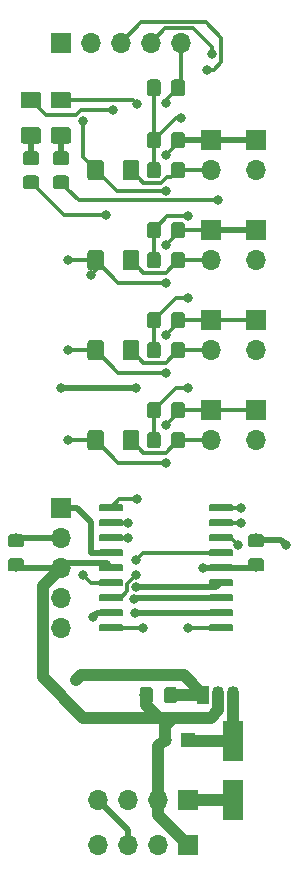
<source format=gtl>
G04 #@! TF.GenerationSoftware,KiCad,Pcbnew,(5.1.0-894-gde406e36d)*
G04 #@! TF.CreationDate,2019-06-07T17:38:46-07:00*
G04 #@! TF.ProjectId,TetheredJoy,54657468-6572-4656-944a-6f792e6b6963,n/c*
G04 #@! TF.SameCoordinates,Original*
G04 #@! TF.FileFunction,Copper,L1,Top*
G04 #@! TF.FilePolarity,Positive*
%FSLAX46Y46*%
G04 Gerber Fmt 4.6, Leading zero omitted, Abs format (unit mm)*
G04 Created by KiCad (PCBNEW (5.1.0-894-gde406e36d)) date 2019-06-07 17:38:46*
%MOMM*%
%LPD*%
G04 APERTURE LIST*
%ADD10C,0.100000*%
%ADD11C,1.425000*%
%ADD12R,1.050000X1.500000*%
%ADD13O,1.050000X1.500000*%
%ADD14C,0.600000*%
%ADD15C,1.150000*%
%ADD16O,1.700000X1.700000*%
%ADD17R,1.700000X1.700000*%
%ADD18R,1.800000X3.500000*%
%ADD19C,1.200000*%
%ADD20R,1.200000X1.200000*%
%ADD21C,0.800000*%
%ADD22C,0.304800*%
%ADD23C,0.508000*%
%ADD24C,1.016000*%
G04 APERTURE END LIST*
D10*
G36*
X210960671Y-72169030D02*
G01*
X211041777Y-72223223D01*
X211095970Y-72304329D01*
X211115000Y-72400000D01*
X211115000Y-73650000D01*
X211095970Y-73745671D01*
X211041777Y-73826777D01*
X210960671Y-73880970D01*
X210865000Y-73900000D01*
X209940000Y-73900000D01*
X209844329Y-73880970D01*
X209763223Y-73826777D01*
X209709030Y-73745671D01*
X209690000Y-73650000D01*
X209690000Y-72400000D01*
X209709030Y-72304329D01*
X209763223Y-72223223D01*
X209844329Y-72169030D01*
X209940000Y-72150000D01*
X210865000Y-72150000D01*
X210960671Y-72169030D01*
X210960671Y-72169030D01*
G37*
D11*
X210402500Y-73025000D03*
D10*
G36*
X207985671Y-72169030D02*
G01*
X208066777Y-72223223D01*
X208120970Y-72304329D01*
X208140000Y-72400000D01*
X208140000Y-73650000D01*
X208120970Y-73745671D01*
X208066777Y-73826777D01*
X207985671Y-73880970D01*
X207890000Y-73900000D01*
X206965000Y-73900000D01*
X206869329Y-73880970D01*
X206788223Y-73826777D01*
X206734030Y-73745671D01*
X206715000Y-73650000D01*
X206715000Y-72400000D01*
X206734030Y-72304329D01*
X206788223Y-72223223D01*
X206869329Y-72169030D01*
X206965000Y-72150000D01*
X207890000Y-72150000D01*
X207985671Y-72169030D01*
X207985671Y-72169030D01*
G37*
D11*
X207427500Y-73025000D03*
D10*
G36*
X205190671Y-43539030D02*
G01*
X205271777Y-43593223D01*
X205325970Y-43674329D01*
X205345000Y-43770000D01*
X205345000Y-44695000D01*
X205325970Y-44790671D01*
X205271777Y-44871777D01*
X205190671Y-44925970D01*
X205095000Y-44945000D01*
X203845000Y-44945000D01*
X203749329Y-44925970D01*
X203668223Y-44871777D01*
X203614030Y-44790671D01*
X203595000Y-44695000D01*
X203595000Y-43770000D01*
X203614030Y-43674329D01*
X203668223Y-43593223D01*
X203749329Y-43539030D01*
X203845000Y-43520000D01*
X205095000Y-43520000D01*
X205190671Y-43539030D01*
X205190671Y-43539030D01*
G37*
D11*
X204470000Y-44232500D03*
D10*
G36*
X205190671Y-46514030D02*
G01*
X205271777Y-46568223D01*
X205325970Y-46649329D01*
X205345000Y-46745000D01*
X205345000Y-47670000D01*
X205325970Y-47765671D01*
X205271777Y-47846777D01*
X205190671Y-47900970D01*
X205095000Y-47920000D01*
X203845000Y-47920000D01*
X203749329Y-47900970D01*
X203668223Y-47846777D01*
X203614030Y-47765671D01*
X203595000Y-47670000D01*
X203595000Y-46745000D01*
X203614030Y-46649329D01*
X203668223Y-46568223D01*
X203749329Y-46514030D01*
X203845000Y-46495000D01*
X205095000Y-46495000D01*
X205190671Y-46514030D01*
X205190671Y-46514030D01*
G37*
D11*
X204470000Y-47207500D03*
D10*
G36*
X202650671Y-43539030D02*
G01*
X202731777Y-43593223D01*
X202785970Y-43674329D01*
X202805000Y-43770000D01*
X202805000Y-44695000D01*
X202785970Y-44790671D01*
X202731777Y-44871777D01*
X202650671Y-44925970D01*
X202555000Y-44945000D01*
X201305000Y-44945000D01*
X201209329Y-44925970D01*
X201128223Y-44871777D01*
X201074030Y-44790671D01*
X201055000Y-44695000D01*
X201055000Y-43770000D01*
X201074030Y-43674329D01*
X201128223Y-43593223D01*
X201209329Y-43539030D01*
X201305000Y-43520000D01*
X202555000Y-43520000D01*
X202650671Y-43539030D01*
X202650671Y-43539030D01*
G37*
D11*
X201930000Y-44232500D03*
D10*
G36*
X202650671Y-46514030D02*
G01*
X202731777Y-46568223D01*
X202785970Y-46649329D01*
X202805000Y-46745000D01*
X202805000Y-47670000D01*
X202785970Y-47765671D01*
X202731777Y-47846777D01*
X202650671Y-47900970D01*
X202555000Y-47920000D01*
X201305000Y-47920000D01*
X201209329Y-47900970D01*
X201128223Y-47846777D01*
X201074030Y-47765671D01*
X201055000Y-47670000D01*
X201055000Y-46745000D01*
X201074030Y-46649329D01*
X201128223Y-46568223D01*
X201209329Y-46514030D01*
X201305000Y-46495000D01*
X202555000Y-46495000D01*
X202650671Y-46514030D01*
X202650671Y-46514030D01*
G37*
D11*
X201930000Y-47207500D03*
D12*
X216535000Y-94615000D03*
D13*
X219075000Y-94615000D03*
X217805000Y-94615000D03*
D10*
G36*
X218960000Y-78460096D02*
G01*
X219014904Y-78515000D01*
X219035000Y-78590000D01*
X219035000Y-78890000D01*
X219014904Y-78965000D01*
X218960000Y-79019904D01*
X218885000Y-79040000D01*
X217135000Y-79040000D01*
X217060000Y-79019904D01*
X217005096Y-78965000D01*
X216985000Y-78890000D01*
X216985000Y-78590000D01*
X217005096Y-78515000D01*
X217060000Y-78460096D01*
X217135000Y-78440000D01*
X218885000Y-78440000D01*
X218960000Y-78460096D01*
X218960000Y-78460096D01*
G37*
D14*
X218010000Y-78740000D03*
D10*
G36*
X218960000Y-79730096D02*
G01*
X219014904Y-79785000D01*
X219035000Y-79860000D01*
X219035000Y-80160000D01*
X219014904Y-80235000D01*
X218960000Y-80289904D01*
X218885000Y-80310000D01*
X217135000Y-80310000D01*
X217060000Y-80289904D01*
X217005096Y-80235000D01*
X216985000Y-80160000D01*
X216985000Y-79860000D01*
X217005096Y-79785000D01*
X217060000Y-79730096D01*
X217135000Y-79710000D01*
X218885000Y-79710000D01*
X218960000Y-79730096D01*
X218960000Y-79730096D01*
G37*
D14*
X218010000Y-80010000D03*
D10*
G36*
X218960000Y-81000096D02*
G01*
X219014904Y-81055000D01*
X219035000Y-81130000D01*
X219035000Y-81430000D01*
X219014904Y-81505000D01*
X218960000Y-81559904D01*
X218885000Y-81580000D01*
X217135000Y-81580000D01*
X217060000Y-81559904D01*
X217005096Y-81505000D01*
X216985000Y-81430000D01*
X216985000Y-81130000D01*
X217005096Y-81055000D01*
X217060000Y-81000096D01*
X217135000Y-80980000D01*
X218885000Y-80980000D01*
X218960000Y-81000096D01*
X218960000Y-81000096D01*
G37*
D14*
X218010000Y-81280000D03*
D10*
G36*
X218960000Y-82270096D02*
G01*
X219014904Y-82325000D01*
X219035000Y-82400000D01*
X219035000Y-82700000D01*
X219014904Y-82775000D01*
X218960000Y-82829904D01*
X218885000Y-82850000D01*
X217135000Y-82850000D01*
X217060000Y-82829904D01*
X217005096Y-82775000D01*
X216985000Y-82700000D01*
X216985000Y-82400000D01*
X217005096Y-82325000D01*
X217060000Y-82270096D01*
X217135000Y-82250000D01*
X218885000Y-82250000D01*
X218960000Y-82270096D01*
X218960000Y-82270096D01*
G37*
D14*
X218010000Y-82550000D03*
D10*
G36*
X218960000Y-83540096D02*
G01*
X219014904Y-83595000D01*
X219035000Y-83670000D01*
X219035000Y-83970000D01*
X219014904Y-84045000D01*
X218960000Y-84099904D01*
X218885000Y-84120000D01*
X217135000Y-84120000D01*
X217060000Y-84099904D01*
X217005096Y-84045000D01*
X216985000Y-83970000D01*
X216985000Y-83670000D01*
X217005096Y-83595000D01*
X217060000Y-83540096D01*
X217135000Y-83520000D01*
X218885000Y-83520000D01*
X218960000Y-83540096D01*
X218960000Y-83540096D01*
G37*
D14*
X218010000Y-83820000D03*
D10*
G36*
X218960000Y-84810096D02*
G01*
X219014904Y-84865000D01*
X219035000Y-84940000D01*
X219035000Y-85240000D01*
X219014904Y-85315000D01*
X218960000Y-85369904D01*
X218885000Y-85390000D01*
X217135000Y-85390000D01*
X217060000Y-85369904D01*
X217005096Y-85315000D01*
X216985000Y-85240000D01*
X216985000Y-84940000D01*
X217005096Y-84865000D01*
X217060000Y-84810096D01*
X217135000Y-84790000D01*
X218885000Y-84790000D01*
X218960000Y-84810096D01*
X218960000Y-84810096D01*
G37*
D14*
X218010000Y-85090000D03*
D10*
G36*
X218960000Y-86080096D02*
G01*
X219014904Y-86135000D01*
X219035000Y-86210000D01*
X219035000Y-86510000D01*
X219014904Y-86585000D01*
X218960000Y-86639904D01*
X218885000Y-86660000D01*
X217135000Y-86660000D01*
X217060000Y-86639904D01*
X217005096Y-86585000D01*
X216985000Y-86510000D01*
X216985000Y-86210000D01*
X217005096Y-86135000D01*
X217060000Y-86080096D01*
X217135000Y-86060000D01*
X218885000Y-86060000D01*
X218960000Y-86080096D01*
X218960000Y-86080096D01*
G37*
D14*
X218010000Y-86360000D03*
D10*
G36*
X218960000Y-87350096D02*
G01*
X219014904Y-87405000D01*
X219035000Y-87480000D01*
X219035000Y-87780000D01*
X219014904Y-87855000D01*
X218960000Y-87909904D01*
X218885000Y-87930000D01*
X217135000Y-87930000D01*
X217060000Y-87909904D01*
X217005096Y-87855000D01*
X216985000Y-87780000D01*
X216985000Y-87480000D01*
X217005096Y-87405000D01*
X217060000Y-87350096D01*
X217135000Y-87330000D01*
X218885000Y-87330000D01*
X218960000Y-87350096D01*
X218960000Y-87350096D01*
G37*
D14*
X218010000Y-87630000D03*
D10*
G36*
X218960000Y-88620096D02*
G01*
X219014904Y-88675000D01*
X219035000Y-88750000D01*
X219035000Y-89050000D01*
X219014904Y-89125000D01*
X218960000Y-89179904D01*
X218885000Y-89200000D01*
X217135000Y-89200000D01*
X217060000Y-89179904D01*
X217005096Y-89125000D01*
X216985000Y-89050000D01*
X216985000Y-88750000D01*
X217005096Y-88675000D01*
X217060000Y-88620096D01*
X217135000Y-88600000D01*
X218885000Y-88600000D01*
X218960000Y-88620096D01*
X218960000Y-88620096D01*
G37*
D14*
X218010000Y-88900000D03*
D10*
G36*
X209660000Y-88620096D02*
G01*
X209714904Y-88675000D01*
X209735000Y-88750000D01*
X209735000Y-89050000D01*
X209714904Y-89125000D01*
X209660000Y-89179904D01*
X209585000Y-89200000D01*
X207835000Y-89200000D01*
X207760000Y-89179904D01*
X207705096Y-89125000D01*
X207685000Y-89050000D01*
X207685000Y-88750000D01*
X207705096Y-88675000D01*
X207760000Y-88620096D01*
X207835000Y-88600000D01*
X209585000Y-88600000D01*
X209660000Y-88620096D01*
X209660000Y-88620096D01*
G37*
D14*
X208710000Y-88900000D03*
D10*
G36*
X209660000Y-87350096D02*
G01*
X209714904Y-87405000D01*
X209735000Y-87480000D01*
X209735000Y-87780000D01*
X209714904Y-87855000D01*
X209660000Y-87909904D01*
X209585000Y-87930000D01*
X207835000Y-87930000D01*
X207760000Y-87909904D01*
X207705096Y-87855000D01*
X207685000Y-87780000D01*
X207685000Y-87480000D01*
X207705096Y-87405000D01*
X207760000Y-87350096D01*
X207835000Y-87330000D01*
X209585000Y-87330000D01*
X209660000Y-87350096D01*
X209660000Y-87350096D01*
G37*
D14*
X208710000Y-87630000D03*
D10*
G36*
X209660000Y-86080096D02*
G01*
X209714904Y-86135000D01*
X209735000Y-86210000D01*
X209735000Y-86510000D01*
X209714904Y-86585000D01*
X209660000Y-86639904D01*
X209585000Y-86660000D01*
X207835000Y-86660000D01*
X207760000Y-86639904D01*
X207705096Y-86585000D01*
X207685000Y-86510000D01*
X207685000Y-86210000D01*
X207705096Y-86135000D01*
X207760000Y-86080096D01*
X207835000Y-86060000D01*
X209585000Y-86060000D01*
X209660000Y-86080096D01*
X209660000Y-86080096D01*
G37*
D14*
X208710000Y-86360000D03*
D10*
G36*
X209660000Y-84810096D02*
G01*
X209714904Y-84865000D01*
X209735000Y-84940000D01*
X209735000Y-85240000D01*
X209714904Y-85315000D01*
X209660000Y-85369904D01*
X209585000Y-85390000D01*
X207835000Y-85390000D01*
X207760000Y-85369904D01*
X207705096Y-85315000D01*
X207685000Y-85240000D01*
X207685000Y-84940000D01*
X207705096Y-84865000D01*
X207760000Y-84810096D01*
X207835000Y-84790000D01*
X209585000Y-84790000D01*
X209660000Y-84810096D01*
X209660000Y-84810096D01*
G37*
D14*
X208710000Y-85090000D03*
D10*
G36*
X209660000Y-83540096D02*
G01*
X209714904Y-83595000D01*
X209735000Y-83670000D01*
X209735000Y-83970000D01*
X209714904Y-84045000D01*
X209660000Y-84099904D01*
X209585000Y-84120000D01*
X207835000Y-84120000D01*
X207760000Y-84099904D01*
X207705096Y-84045000D01*
X207685000Y-83970000D01*
X207685000Y-83670000D01*
X207705096Y-83595000D01*
X207760000Y-83540096D01*
X207835000Y-83520000D01*
X209585000Y-83520000D01*
X209660000Y-83540096D01*
X209660000Y-83540096D01*
G37*
D14*
X208710000Y-83820000D03*
D10*
G36*
X209660000Y-82270096D02*
G01*
X209714904Y-82325000D01*
X209735000Y-82400000D01*
X209735000Y-82700000D01*
X209714904Y-82775000D01*
X209660000Y-82829904D01*
X209585000Y-82850000D01*
X207835000Y-82850000D01*
X207760000Y-82829904D01*
X207705096Y-82775000D01*
X207685000Y-82700000D01*
X207685000Y-82400000D01*
X207705096Y-82325000D01*
X207760000Y-82270096D01*
X207835000Y-82250000D01*
X209585000Y-82250000D01*
X209660000Y-82270096D01*
X209660000Y-82270096D01*
G37*
D14*
X208710000Y-82550000D03*
D10*
G36*
X209660000Y-81000096D02*
G01*
X209714904Y-81055000D01*
X209735000Y-81130000D01*
X209735000Y-81430000D01*
X209714904Y-81505000D01*
X209660000Y-81559904D01*
X209585000Y-81580000D01*
X207835000Y-81580000D01*
X207760000Y-81559904D01*
X207705096Y-81505000D01*
X207685000Y-81430000D01*
X207685000Y-81130000D01*
X207705096Y-81055000D01*
X207760000Y-81000096D01*
X207835000Y-80980000D01*
X209585000Y-80980000D01*
X209660000Y-81000096D01*
X209660000Y-81000096D01*
G37*
D14*
X208710000Y-81280000D03*
D10*
G36*
X209660000Y-79730096D02*
G01*
X209714904Y-79785000D01*
X209735000Y-79860000D01*
X209735000Y-80160000D01*
X209714904Y-80235000D01*
X209660000Y-80289904D01*
X209585000Y-80310000D01*
X207835000Y-80310000D01*
X207760000Y-80289904D01*
X207705096Y-80235000D01*
X207685000Y-80160000D01*
X207685000Y-79860000D01*
X207705096Y-79785000D01*
X207760000Y-79730096D01*
X207835000Y-79710000D01*
X209585000Y-79710000D01*
X209660000Y-79730096D01*
X209660000Y-79730096D01*
G37*
D14*
X208710000Y-80010000D03*
D10*
G36*
X209660000Y-78460096D02*
G01*
X209714904Y-78515000D01*
X209735000Y-78590000D01*
X209735000Y-78890000D01*
X209714904Y-78965000D01*
X209660000Y-79019904D01*
X209585000Y-79040000D01*
X207835000Y-79040000D01*
X207760000Y-79019904D01*
X207705096Y-78965000D01*
X207685000Y-78890000D01*
X207685000Y-78590000D01*
X207705096Y-78515000D01*
X207760000Y-78460096D01*
X207835000Y-78440000D01*
X209585000Y-78440000D01*
X209660000Y-78460096D01*
X209660000Y-78460096D01*
G37*
D14*
X208710000Y-78740000D03*
D10*
G36*
X214805671Y-72344030D02*
G01*
X214886777Y-72398223D01*
X214940970Y-72479329D01*
X214960000Y-72574999D01*
X214960000Y-73475001D01*
X214940970Y-73570671D01*
X214886777Y-73651777D01*
X214805671Y-73705970D01*
X214710001Y-73725000D01*
X214059999Y-73725000D01*
X213964329Y-73705970D01*
X213883223Y-73651777D01*
X213829030Y-73570671D01*
X213810000Y-73475001D01*
X213810000Y-72574999D01*
X213829030Y-72479329D01*
X213883223Y-72398223D01*
X213964329Y-72344030D01*
X214059999Y-72325000D01*
X214710001Y-72325000D01*
X214805671Y-72344030D01*
X214805671Y-72344030D01*
G37*
D15*
X214385000Y-73025000D03*
D10*
G36*
X212755671Y-72344030D02*
G01*
X212836777Y-72398223D01*
X212890970Y-72479329D01*
X212910000Y-72574999D01*
X212910000Y-73475001D01*
X212890970Y-73570671D01*
X212836777Y-73651777D01*
X212755671Y-73705970D01*
X212660001Y-73725000D01*
X212009999Y-73725000D01*
X211914329Y-73705970D01*
X211833223Y-73651777D01*
X211779030Y-73570671D01*
X211760000Y-73475001D01*
X211760000Y-72574999D01*
X211779030Y-72479329D01*
X211833223Y-72398223D01*
X211914329Y-72344030D01*
X212009999Y-72325000D01*
X212660001Y-72325000D01*
X212755671Y-72344030D01*
X212755671Y-72344030D01*
G37*
D15*
X212335000Y-73025000D03*
D10*
G36*
X214805671Y-69804030D02*
G01*
X214886777Y-69858223D01*
X214940970Y-69939329D01*
X214960000Y-70034999D01*
X214960000Y-70935001D01*
X214940970Y-71030671D01*
X214886777Y-71111777D01*
X214805671Y-71165970D01*
X214710001Y-71185000D01*
X214059999Y-71185000D01*
X213964329Y-71165970D01*
X213883223Y-71111777D01*
X213829030Y-71030671D01*
X213810000Y-70935001D01*
X213810000Y-70034999D01*
X213829030Y-69939329D01*
X213883223Y-69858223D01*
X213964329Y-69804030D01*
X214059999Y-69785000D01*
X214710001Y-69785000D01*
X214805671Y-69804030D01*
X214805671Y-69804030D01*
G37*
D15*
X214385000Y-70485000D03*
D10*
G36*
X212755671Y-69804030D02*
G01*
X212836777Y-69858223D01*
X212890970Y-69939329D01*
X212910000Y-70034999D01*
X212910000Y-70935001D01*
X212890970Y-71030671D01*
X212836777Y-71111777D01*
X212755671Y-71165970D01*
X212660001Y-71185000D01*
X212009999Y-71185000D01*
X211914329Y-71165970D01*
X211833223Y-71111777D01*
X211779030Y-71030671D01*
X211760000Y-70935001D01*
X211760000Y-70034999D01*
X211779030Y-69939329D01*
X211833223Y-69858223D01*
X211914329Y-69804030D01*
X212009999Y-69785000D01*
X212660001Y-69785000D01*
X212755671Y-69804030D01*
X212755671Y-69804030D01*
G37*
D15*
X212335000Y-70485000D03*
D10*
G36*
X214805671Y-42499030D02*
G01*
X214886777Y-42553223D01*
X214940970Y-42634329D01*
X214960000Y-42729999D01*
X214960000Y-43630001D01*
X214940970Y-43725671D01*
X214886777Y-43806777D01*
X214805671Y-43860970D01*
X214710001Y-43880000D01*
X214059999Y-43880000D01*
X213964329Y-43860970D01*
X213883223Y-43806777D01*
X213829030Y-43725671D01*
X213810000Y-43630001D01*
X213810000Y-42729999D01*
X213829030Y-42634329D01*
X213883223Y-42553223D01*
X213964329Y-42499030D01*
X214059999Y-42480000D01*
X214710001Y-42480000D01*
X214805671Y-42499030D01*
X214805671Y-42499030D01*
G37*
D15*
X214385000Y-43180000D03*
D10*
G36*
X212755671Y-42499030D02*
G01*
X212836777Y-42553223D01*
X212890970Y-42634329D01*
X212910000Y-42729999D01*
X212910000Y-43630001D01*
X212890970Y-43725671D01*
X212836777Y-43806777D01*
X212755671Y-43860970D01*
X212660001Y-43880000D01*
X212009999Y-43880000D01*
X211914329Y-43860970D01*
X211833223Y-43806777D01*
X211779030Y-43725671D01*
X211760000Y-43630001D01*
X211760000Y-42729999D01*
X211779030Y-42634329D01*
X211833223Y-42553223D01*
X211914329Y-42499030D01*
X212009999Y-42480000D01*
X212660001Y-42480000D01*
X212755671Y-42499030D01*
X212755671Y-42499030D01*
G37*
D15*
X212335000Y-43180000D03*
D10*
G36*
X205015671Y-48584030D02*
G01*
X205096777Y-48638223D01*
X205150970Y-48719329D01*
X205170000Y-48814999D01*
X205170000Y-49465001D01*
X205150970Y-49560671D01*
X205096777Y-49641777D01*
X205015671Y-49695970D01*
X204920001Y-49715000D01*
X204019999Y-49715000D01*
X203924329Y-49695970D01*
X203843223Y-49641777D01*
X203789030Y-49560671D01*
X203770000Y-49465001D01*
X203770000Y-48814999D01*
X203789030Y-48719329D01*
X203843223Y-48638223D01*
X203924329Y-48584030D01*
X204019999Y-48565000D01*
X204920001Y-48565000D01*
X205015671Y-48584030D01*
X205015671Y-48584030D01*
G37*
D15*
X204470000Y-49140000D03*
D10*
G36*
X205015671Y-50634030D02*
G01*
X205096777Y-50688223D01*
X205150970Y-50769329D01*
X205170000Y-50864999D01*
X205170000Y-51515001D01*
X205150970Y-51610671D01*
X205096777Y-51691777D01*
X205015671Y-51745970D01*
X204920001Y-51765000D01*
X204019999Y-51765000D01*
X203924329Y-51745970D01*
X203843223Y-51691777D01*
X203789030Y-51610671D01*
X203770000Y-51515001D01*
X203770000Y-50864999D01*
X203789030Y-50769329D01*
X203843223Y-50688223D01*
X203924329Y-50634030D01*
X204019999Y-50615000D01*
X204920001Y-50615000D01*
X205015671Y-50634030D01*
X205015671Y-50634030D01*
G37*
D15*
X204470000Y-51190000D03*
D10*
G36*
X202475671Y-48584030D02*
G01*
X202556777Y-48638223D01*
X202610970Y-48719329D01*
X202630000Y-48814999D01*
X202630000Y-49465001D01*
X202610970Y-49560671D01*
X202556777Y-49641777D01*
X202475671Y-49695970D01*
X202380001Y-49715000D01*
X201479999Y-49715000D01*
X201384329Y-49695970D01*
X201303223Y-49641777D01*
X201249030Y-49560671D01*
X201230000Y-49465001D01*
X201230000Y-48814999D01*
X201249030Y-48719329D01*
X201303223Y-48638223D01*
X201384329Y-48584030D01*
X201479999Y-48565000D01*
X202380001Y-48565000D01*
X202475671Y-48584030D01*
X202475671Y-48584030D01*
G37*
D15*
X201930000Y-49140000D03*
D10*
G36*
X202475671Y-50634030D02*
G01*
X202556777Y-50688223D01*
X202610970Y-50769329D01*
X202630000Y-50864999D01*
X202630000Y-51515001D01*
X202610970Y-51610671D01*
X202556777Y-51691777D01*
X202475671Y-51745970D01*
X202380001Y-51765000D01*
X201479999Y-51765000D01*
X201384329Y-51745970D01*
X201303223Y-51691777D01*
X201249030Y-51610671D01*
X201230000Y-51515001D01*
X201230000Y-50864999D01*
X201249030Y-50769329D01*
X201303223Y-50688223D01*
X201384329Y-50634030D01*
X201479999Y-50615000D01*
X202380001Y-50615000D01*
X202475671Y-50634030D01*
X202475671Y-50634030D01*
G37*
D15*
X201930000Y-51190000D03*
D10*
G36*
X214805671Y-64724030D02*
G01*
X214886777Y-64778223D01*
X214940970Y-64859329D01*
X214960000Y-64954999D01*
X214960000Y-65855001D01*
X214940970Y-65950671D01*
X214886777Y-66031777D01*
X214805671Y-66085970D01*
X214710001Y-66105000D01*
X214059999Y-66105000D01*
X213964329Y-66085970D01*
X213883223Y-66031777D01*
X213829030Y-65950671D01*
X213810000Y-65855001D01*
X213810000Y-64954999D01*
X213829030Y-64859329D01*
X213883223Y-64778223D01*
X213964329Y-64724030D01*
X214059999Y-64705000D01*
X214710001Y-64705000D01*
X214805671Y-64724030D01*
X214805671Y-64724030D01*
G37*
D15*
X214385000Y-65405000D03*
D10*
G36*
X212755671Y-64724030D02*
G01*
X212836777Y-64778223D01*
X212890970Y-64859329D01*
X212910000Y-64954999D01*
X212910000Y-65855001D01*
X212890970Y-65950671D01*
X212836777Y-66031777D01*
X212755671Y-66085970D01*
X212660001Y-66105000D01*
X212009999Y-66105000D01*
X211914329Y-66085970D01*
X211833223Y-66031777D01*
X211779030Y-65950671D01*
X211760000Y-65855001D01*
X211760000Y-64954999D01*
X211779030Y-64859329D01*
X211833223Y-64778223D01*
X211914329Y-64724030D01*
X212009999Y-64705000D01*
X212660001Y-64705000D01*
X212755671Y-64724030D01*
X212755671Y-64724030D01*
G37*
D15*
X212335000Y-65405000D03*
D10*
G36*
X214805671Y-62184030D02*
G01*
X214886777Y-62238223D01*
X214940970Y-62319329D01*
X214960000Y-62414999D01*
X214960000Y-63315001D01*
X214940970Y-63410671D01*
X214886777Y-63491777D01*
X214805671Y-63545970D01*
X214710001Y-63565000D01*
X214059999Y-63565000D01*
X213964329Y-63545970D01*
X213883223Y-63491777D01*
X213829030Y-63410671D01*
X213810000Y-63315001D01*
X213810000Y-62414999D01*
X213829030Y-62319329D01*
X213883223Y-62238223D01*
X213964329Y-62184030D01*
X214059999Y-62165000D01*
X214710001Y-62165000D01*
X214805671Y-62184030D01*
X214805671Y-62184030D01*
G37*
D15*
X214385000Y-62865000D03*
D10*
G36*
X212755671Y-62184030D02*
G01*
X212836777Y-62238223D01*
X212890970Y-62319329D01*
X212910000Y-62414999D01*
X212910000Y-63315001D01*
X212890970Y-63410671D01*
X212836777Y-63491777D01*
X212755671Y-63545970D01*
X212660001Y-63565000D01*
X212009999Y-63565000D01*
X211914329Y-63545970D01*
X211833223Y-63491777D01*
X211779030Y-63410671D01*
X211760000Y-63315001D01*
X211760000Y-62414999D01*
X211779030Y-62319329D01*
X211833223Y-62238223D01*
X211914329Y-62184030D01*
X212009999Y-62165000D01*
X212660001Y-62165000D01*
X212755671Y-62184030D01*
X212755671Y-62184030D01*
G37*
D15*
X212335000Y-62865000D03*
D10*
G36*
X214805671Y-57104030D02*
G01*
X214886777Y-57158223D01*
X214940970Y-57239329D01*
X214960000Y-57334999D01*
X214960000Y-58235001D01*
X214940970Y-58330671D01*
X214886777Y-58411777D01*
X214805671Y-58465970D01*
X214710001Y-58485000D01*
X214059999Y-58485000D01*
X213964329Y-58465970D01*
X213883223Y-58411777D01*
X213829030Y-58330671D01*
X213810000Y-58235001D01*
X213810000Y-57334999D01*
X213829030Y-57239329D01*
X213883223Y-57158223D01*
X213964329Y-57104030D01*
X214059999Y-57085000D01*
X214710001Y-57085000D01*
X214805671Y-57104030D01*
X214805671Y-57104030D01*
G37*
D15*
X214385000Y-57785000D03*
D10*
G36*
X212755671Y-57104030D02*
G01*
X212836777Y-57158223D01*
X212890970Y-57239329D01*
X212910000Y-57334999D01*
X212910000Y-58235001D01*
X212890970Y-58330671D01*
X212836777Y-58411777D01*
X212755671Y-58465970D01*
X212660001Y-58485000D01*
X212009999Y-58485000D01*
X211914329Y-58465970D01*
X211833223Y-58411777D01*
X211779030Y-58330671D01*
X211760000Y-58235001D01*
X211760000Y-57334999D01*
X211779030Y-57239329D01*
X211833223Y-57158223D01*
X211914329Y-57104030D01*
X212009999Y-57085000D01*
X212660001Y-57085000D01*
X212755671Y-57104030D01*
X212755671Y-57104030D01*
G37*
D15*
X212335000Y-57785000D03*
D10*
G36*
X214805671Y-49484030D02*
G01*
X214886777Y-49538223D01*
X214940970Y-49619329D01*
X214960000Y-49714999D01*
X214960000Y-50615001D01*
X214940970Y-50710671D01*
X214886777Y-50791777D01*
X214805671Y-50845970D01*
X214710001Y-50865000D01*
X214059999Y-50865000D01*
X213964329Y-50845970D01*
X213883223Y-50791777D01*
X213829030Y-50710671D01*
X213810000Y-50615001D01*
X213810000Y-49714999D01*
X213829030Y-49619329D01*
X213883223Y-49538223D01*
X213964329Y-49484030D01*
X214059999Y-49465000D01*
X214710001Y-49465000D01*
X214805671Y-49484030D01*
X214805671Y-49484030D01*
G37*
D15*
X214385000Y-50165000D03*
D10*
G36*
X212755671Y-49484030D02*
G01*
X212836777Y-49538223D01*
X212890970Y-49619329D01*
X212910000Y-49714999D01*
X212910000Y-50615001D01*
X212890970Y-50710671D01*
X212836777Y-50791777D01*
X212755671Y-50845970D01*
X212660001Y-50865000D01*
X212009999Y-50865000D01*
X211914329Y-50845970D01*
X211833223Y-50791777D01*
X211779030Y-50710671D01*
X211760000Y-50615001D01*
X211760000Y-49714999D01*
X211779030Y-49619329D01*
X211833223Y-49538223D01*
X211914329Y-49484030D01*
X212009999Y-49465000D01*
X212660001Y-49465000D01*
X212755671Y-49484030D01*
X212755671Y-49484030D01*
G37*
D15*
X212335000Y-50165000D03*
D10*
G36*
X214805671Y-54564030D02*
G01*
X214886777Y-54618223D01*
X214940970Y-54699329D01*
X214960000Y-54794999D01*
X214960000Y-55695001D01*
X214940970Y-55790671D01*
X214886777Y-55871777D01*
X214805671Y-55925970D01*
X214710001Y-55945000D01*
X214059999Y-55945000D01*
X213964329Y-55925970D01*
X213883223Y-55871777D01*
X213829030Y-55790671D01*
X213810000Y-55695001D01*
X213810000Y-54794999D01*
X213829030Y-54699329D01*
X213883223Y-54618223D01*
X213964329Y-54564030D01*
X214059999Y-54545000D01*
X214710001Y-54545000D01*
X214805671Y-54564030D01*
X214805671Y-54564030D01*
G37*
D15*
X214385000Y-55245000D03*
D10*
G36*
X212755671Y-54564030D02*
G01*
X212836777Y-54618223D01*
X212890970Y-54699329D01*
X212910000Y-54794999D01*
X212910000Y-55695001D01*
X212890970Y-55790671D01*
X212836777Y-55871777D01*
X212755671Y-55925970D01*
X212660001Y-55945000D01*
X212009999Y-55945000D01*
X211914329Y-55925970D01*
X211833223Y-55871777D01*
X211779030Y-55790671D01*
X211760000Y-55695001D01*
X211760000Y-54794999D01*
X211779030Y-54699329D01*
X211833223Y-54618223D01*
X211914329Y-54564030D01*
X212009999Y-54545000D01*
X212660001Y-54545000D01*
X212755671Y-54564030D01*
X212755671Y-54564030D01*
G37*
D15*
X212335000Y-55245000D03*
D10*
G36*
X214805671Y-46944030D02*
G01*
X214886777Y-46998223D01*
X214940970Y-47079329D01*
X214960000Y-47174999D01*
X214960000Y-48075001D01*
X214940970Y-48170671D01*
X214886777Y-48251777D01*
X214805671Y-48305970D01*
X214710001Y-48325000D01*
X214059999Y-48325000D01*
X213964329Y-48305970D01*
X213883223Y-48251777D01*
X213829030Y-48170671D01*
X213810000Y-48075001D01*
X213810000Y-47174999D01*
X213829030Y-47079329D01*
X213883223Y-46998223D01*
X213964329Y-46944030D01*
X214059999Y-46925000D01*
X214710001Y-46925000D01*
X214805671Y-46944030D01*
X214805671Y-46944030D01*
G37*
D15*
X214385000Y-47625000D03*
D10*
G36*
X212755671Y-46944030D02*
G01*
X212836777Y-46998223D01*
X212890970Y-47079329D01*
X212910000Y-47174999D01*
X212910000Y-48075001D01*
X212890970Y-48170671D01*
X212836777Y-48251777D01*
X212755671Y-48305970D01*
X212660001Y-48325000D01*
X212009999Y-48325000D01*
X211914329Y-48305970D01*
X211833223Y-48251777D01*
X211779030Y-48170671D01*
X211760000Y-48075001D01*
X211760000Y-47174999D01*
X211779030Y-47079329D01*
X211833223Y-46998223D01*
X211914329Y-46944030D01*
X212009999Y-46925000D01*
X212660001Y-46925000D01*
X212755671Y-46944030D01*
X212755671Y-46944030D01*
G37*
D15*
X212335000Y-47625000D03*
D16*
X207645000Y-103505000D03*
X210185000Y-103505000D03*
X212725000Y-103505000D03*
D17*
X215265000Y-103505000D03*
D16*
X214630000Y-39370000D03*
X212090000Y-39370000D03*
X209550000Y-39370000D03*
X207010000Y-39370000D03*
D17*
X204470000Y-39370000D03*
D16*
X220980000Y-73025000D03*
D17*
X220980000Y-70485000D03*
D16*
X217170000Y-73025000D03*
D17*
X217170000Y-70485000D03*
D16*
X220980000Y-65405000D03*
D17*
X220980000Y-62865000D03*
D16*
X217170000Y-65405000D03*
D17*
X217170000Y-62865000D03*
D16*
X220980000Y-57785000D03*
D17*
X220980000Y-55245000D03*
D16*
X217170000Y-57785000D03*
D17*
X217170000Y-55245000D03*
D16*
X220980000Y-50165000D03*
D17*
X220980000Y-47625000D03*
D16*
X217170000Y-50165000D03*
D17*
X217170000Y-47625000D03*
D16*
X204470000Y-88900000D03*
X204470000Y-86360000D03*
X204470000Y-83820000D03*
X204470000Y-81280000D03*
D17*
X204470000Y-78740000D03*
D16*
X207645000Y-107315000D03*
X210185000Y-107315000D03*
X212725000Y-107315000D03*
D17*
X215265000Y-107315000D03*
D18*
X219075000Y-103465000D03*
X219075000Y-98465000D03*
D10*
G36*
X210960671Y-64549030D02*
G01*
X211041777Y-64603223D01*
X211095970Y-64684329D01*
X211115000Y-64780000D01*
X211115000Y-66030000D01*
X211095970Y-66125671D01*
X211041777Y-66206777D01*
X210960671Y-66260970D01*
X210865000Y-66280000D01*
X209940000Y-66280000D01*
X209844329Y-66260970D01*
X209763223Y-66206777D01*
X209709030Y-66125671D01*
X209690000Y-66030000D01*
X209690000Y-64780000D01*
X209709030Y-64684329D01*
X209763223Y-64603223D01*
X209844329Y-64549030D01*
X209940000Y-64530000D01*
X210865000Y-64530000D01*
X210960671Y-64549030D01*
X210960671Y-64549030D01*
G37*
D11*
X210402500Y-65405000D03*
D10*
G36*
X207985671Y-64549030D02*
G01*
X208066777Y-64603223D01*
X208120970Y-64684329D01*
X208140000Y-64780000D01*
X208140000Y-66030000D01*
X208120970Y-66125671D01*
X208066777Y-66206777D01*
X207985671Y-66260970D01*
X207890000Y-66280000D01*
X206965000Y-66280000D01*
X206869329Y-66260970D01*
X206788223Y-66206777D01*
X206734030Y-66125671D01*
X206715000Y-66030000D01*
X206715000Y-64780000D01*
X206734030Y-64684329D01*
X206788223Y-64603223D01*
X206869329Y-64549030D01*
X206965000Y-64530000D01*
X207890000Y-64530000D01*
X207985671Y-64549030D01*
X207985671Y-64549030D01*
G37*
D11*
X207427500Y-65405000D03*
D10*
G36*
X210960671Y-56929030D02*
G01*
X211041777Y-56983223D01*
X211095970Y-57064329D01*
X211115000Y-57160000D01*
X211115000Y-58410000D01*
X211095970Y-58505671D01*
X211041777Y-58586777D01*
X210960671Y-58640970D01*
X210865000Y-58660000D01*
X209940000Y-58660000D01*
X209844329Y-58640970D01*
X209763223Y-58586777D01*
X209709030Y-58505671D01*
X209690000Y-58410000D01*
X209690000Y-57160000D01*
X209709030Y-57064329D01*
X209763223Y-56983223D01*
X209844329Y-56929030D01*
X209940000Y-56910000D01*
X210865000Y-56910000D01*
X210960671Y-56929030D01*
X210960671Y-56929030D01*
G37*
D11*
X210402500Y-57785000D03*
D10*
G36*
X207985671Y-56929030D02*
G01*
X208066777Y-56983223D01*
X208120970Y-57064329D01*
X208140000Y-57160000D01*
X208140000Y-58410000D01*
X208120970Y-58505671D01*
X208066777Y-58586777D01*
X207985671Y-58640970D01*
X207890000Y-58660000D01*
X206965000Y-58660000D01*
X206869329Y-58640970D01*
X206788223Y-58586777D01*
X206734030Y-58505671D01*
X206715000Y-58410000D01*
X206715000Y-57160000D01*
X206734030Y-57064329D01*
X206788223Y-56983223D01*
X206869329Y-56929030D01*
X206965000Y-56910000D01*
X207890000Y-56910000D01*
X207985671Y-56929030D01*
X207985671Y-56929030D01*
G37*
D11*
X207427500Y-57785000D03*
D10*
G36*
X210960671Y-49309030D02*
G01*
X211041777Y-49363223D01*
X211095970Y-49444329D01*
X211115000Y-49540000D01*
X211115000Y-50790000D01*
X211095970Y-50885671D01*
X211041777Y-50966777D01*
X210960671Y-51020970D01*
X210865000Y-51040000D01*
X209940000Y-51040000D01*
X209844329Y-51020970D01*
X209763223Y-50966777D01*
X209709030Y-50885671D01*
X209690000Y-50790000D01*
X209690000Y-49540000D01*
X209709030Y-49444329D01*
X209763223Y-49363223D01*
X209844329Y-49309030D01*
X209940000Y-49290000D01*
X210865000Y-49290000D01*
X210960671Y-49309030D01*
X210960671Y-49309030D01*
G37*
D11*
X210402500Y-50165000D03*
D10*
G36*
X207985671Y-49309030D02*
G01*
X208066777Y-49363223D01*
X208120970Y-49444329D01*
X208140000Y-49540000D01*
X208140000Y-50790000D01*
X208120970Y-50885671D01*
X208066777Y-50966777D01*
X207985671Y-51020970D01*
X207890000Y-51040000D01*
X206965000Y-51040000D01*
X206869329Y-51020970D01*
X206788223Y-50966777D01*
X206734030Y-50885671D01*
X206715000Y-50790000D01*
X206715000Y-49540000D01*
X206734030Y-49444329D01*
X206788223Y-49363223D01*
X206869329Y-49309030D01*
X206965000Y-49290000D01*
X207890000Y-49290000D01*
X207985671Y-49309030D01*
X207985671Y-49309030D01*
G37*
D11*
X207427500Y-50165000D03*
D10*
G36*
X212120671Y-93934030D02*
G01*
X212201777Y-93988223D01*
X212255970Y-94069329D01*
X212275000Y-94164999D01*
X212275000Y-95065001D01*
X212255970Y-95160671D01*
X212201777Y-95241777D01*
X212120671Y-95295970D01*
X212025001Y-95315000D01*
X211374999Y-95315000D01*
X211279329Y-95295970D01*
X211198223Y-95241777D01*
X211144030Y-95160671D01*
X211125000Y-95065001D01*
X211125000Y-94164999D01*
X211144030Y-94069329D01*
X211198223Y-93988223D01*
X211279329Y-93934030D01*
X211374999Y-93915000D01*
X212025001Y-93915000D01*
X212120671Y-93934030D01*
X212120671Y-93934030D01*
G37*
D15*
X211700000Y-94615000D03*
D10*
G36*
X214170671Y-93934030D02*
G01*
X214251777Y-93988223D01*
X214305970Y-94069329D01*
X214325000Y-94164999D01*
X214325000Y-95065001D01*
X214305970Y-95160671D01*
X214251777Y-95241777D01*
X214170671Y-95295970D01*
X214075001Y-95315000D01*
X213424999Y-95315000D01*
X213329329Y-95295970D01*
X213248223Y-95241777D01*
X213194030Y-95160671D01*
X213175000Y-95065001D01*
X213175000Y-94164999D01*
X213194030Y-94069329D01*
X213248223Y-93988223D01*
X213329329Y-93934030D01*
X213424999Y-93915000D01*
X214075001Y-93915000D01*
X214170671Y-93934030D01*
X214170671Y-93934030D01*
G37*
D15*
X213750000Y-94615000D03*
D19*
X213265000Y-98425000D03*
D20*
X215265000Y-98425000D03*
D10*
G36*
X221525671Y-80969030D02*
G01*
X221606777Y-81023223D01*
X221660970Y-81104329D01*
X221680000Y-81199999D01*
X221680000Y-81850001D01*
X221660970Y-81945671D01*
X221606777Y-82026777D01*
X221525671Y-82080970D01*
X221430001Y-82100000D01*
X220529999Y-82100000D01*
X220434329Y-82080970D01*
X220353223Y-82026777D01*
X220299030Y-81945671D01*
X220280000Y-81850001D01*
X220280000Y-81199999D01*
X220299030Y-81104329D01*
X220353223Y-81023223D01*
X220434329Y-80969030D01*
X220529999Y-80950000D01*
X221430001Y-80950000D01*
X221525671Y-80969030D01*
X221525671Y-80969030D01*
G37*
D15*
X220980000Y-81525000D03*
D10*
G36*
X221525671Y-83019030D02*
G01*
X221606777Y-83073223D01*
X221660970Y-83154329D01*
X221680000Y-83249999D01*
X221680000Y-83900001D01*
X221660970Y-83995671D01*
X221606777Y-84076777D01*
X221525671Y-84130970D01*
X221430001Y-84150000D01*
X220529999Y-84150000D01*
X220434329Y-84130970D01*
X220353223Y-84076777D01*
X220299030Y-83995671D01*
X220280000Y-83900001D01*
X220280000Y-83249999D01*
X220299030Y-83154329D01*
X220353223Y-83073223D01*
X220434329Y-83019030D01*
X220529999Y-83000000D01*
X221430001Y-83000000D01*
X221525671Y-83019030D01*
X221525671Y-83019030D01*
G37*
D15*
X220980000Y-83575000D03*
D10*
G36*
X201205671Y-83019030D02*
G01*
X201286777Y-83073223D01*
X201340970Y-83154329D01*
X201360000Y-83249999D01*
X201360000Y-83900001D01*
X201340970Y-83995671D01*
X201286777Y-84076777D01*
X201205671Y-84130970D01*
X201110001Y-84150000D01*
X200209999Y-84150000D01*
X200114329Y-84130970D01*
X200033223Y-84076777D01*
X199979030Y-83995671D01*
X199960000Y-83900001D01*
X199960000Y-83249999D01*
X199979030Y-83154329D01*
X200033223Y-83073223D01*
X200114329Y-83019030D01*
X200209999Y-83000000D01*
X201110001Y-83000000D01*
X201205671Y-83019030D01*
X201205671Y-83019030D01*
G37*
D15*
X200660000Y-83575000D03*
D10*
G36*
X201205671Y-80969030D02*
G01*
X201286777Y-81023223D01*
X201340970Y-81104329D01*
X201360000Y-81199999D01*
X201360000Y-81850001D01*
X201340970Y-81945671D01*
X201286777Y-82026777D01*
X201205671Y-82080970D01*
X201110001Y-82100000D01*
X200209999Y-82100000D01*
X200114329Y-82080970D01*
X200033223Y-82026777D01*
X199979030Y-81945671D01*
X199960000Y-81850001D01*
X199960000Y-81199999D01*
X199979030Y-81104329D01*
X200033223Y-81023223D01*
X200114329Y-80969030D01*
X200209999Y-80950000D01*
X201110001Y-80950000D01*
X201205671Y-80969030D01*
X201205671Y-80969030D01*
G37*
D15*
X200660000Y-81525000D03*
D21*
X210937410Y-44575797D03*
X213360000Y-44450000D03*
X204470000Y-68580000D03*
X210820000Y-68580000D03*
X217275204Y-40331563D03*
X216827181Y-41648473D03*
X207010000Y-59055000D03*
X210684503Y-86459654D03*
X210863311Y-85475758D03*
X210820000Y-84455000D03*
X207191318Y-87965118D03*
X206375000Y-84455000D03*
X206310012Y-46038801D03*
X208280000Y-53975000D03*
X210185000Y-81280000D03*
X208915000Y-45085000D03*
X210933992Y-78033359D03*
X210185000Y-80010000D03*
X215265000Y-88900000D03*
X210820000Y-83185000D03*
X215265000Y-54092410D03*
X213360000Y-51952590D03*
X217805000Y-52705000D03*
X219488426Y-81904131D03*
X219710000Y-80010000D03*
X219710000Y-78740000D03*
X210702590Y-87630000D03*
X211455000Y-88900000D03*
X205740000Y-93345000D03*
X223520000Y-81915000D03*
X216535000Y-83820000D03*
X215265000Y-68580000D03*
X215265000Y-60960000D03*
X214630000Y-45720000D03*
X213360000Y-71755000D03*
X213360000Y-64135000D03*
X213360000Y-48895000D03*
X213360000Y-56515000D03*
X213360000Y-74930000D03*
X213360000Y-67310000D03*
X213360000Y-59690000D03*
X205105000Y-57785000D03*
X205105000Y-65405000D03*
X205105000Y-73025000D03*
D22*
X213360000Y-44450000D02*
X213360000Y-44205000D01*
X213360000Y-44205000D02*
X214385000Y-43180000D01*
X210594113Y-44232500D02*
X210937410Y-44575797D01*
X204470000Y-44232500D02*
X210594113Y-44232500D01*
X209550000Y-86360000D02*
X208710000Y-86360000D01*
X210087410Y-85822590D02*
X209550000Y-86360000D01*
X210087410Y-85187590D02*
X210087410Y-85822590D01*
D23*
X210820000Y-68580000D02*
X204470000Y-68580000D01*
D22*
X211257212Y-37662788D02*
X216732788Y-37662788D01*
X218027605Y-41013734D02*
X217392866Y-41648473D01*
X217392866Y-41648473D02*
X216827181Y-41648473D01*
X209550000Y-39370000D02*
X211257212Y-37662788D01*
X212090000Y-39370000D02*
X213292401Y-38167599D01*
X218027605Y-38957605D02*
X218027605Y-41013734D01*
X215676925Y-38167599D02*
X217275204Y-39765878D01*
X213292401Y-38167599D02*
X215676925Y-38167599D01*
X216732788Y-37662788D02*
X218027605Y-38957605D01*
X217275204Y-39765878D02*
X217275204Y-40331563D01*
X207427500Y-57785000D02*
X207427500Y-58637500D01*
X207427500Y-58637500D02*
X207010000Y-59055000D01*
X210087410Y-85187590D02*
X210820000Y-84455000D01*
D23*
X218010000Y-86360000D02*
X210784157Y-86360000D01*
X210784157Y-86360000D02*
X210684503Y-86459654D01*
X211428996Y-85475758D02*
X210863311Y-85475758D01*
X217624242Y-85475758D02*
X211428996Y-85475758D01*
X218010000Y-85090000D02*
X217624242Y-85475758D01*
D22*
X210087410Y-85440878D02*
X210087410Y-85187590D01*
D23*
X207526436Y-87630000D02*
X207191318Y-87965118D01*
X208710000Y-87630000D02*
X207526436Y-87630000D01*
X204840710Y-83449290D02*
X204470000Y-83820000D01*
X208339290Y-83449290D02*
X204840710Y-83449290D01*
D22*
X207010000Y-85090000D02*
X206375000Y-84455000D01*
D23*
X208710000Y-83820000D02*
X208339290Y-83449290D01*
D22*
X208710000Y-85090000D02*
X207010000Y-85090000D01*
X202698692Y-45001192D02*
X201930000Y-44232500D01*
X217805000Y-52705000D02*
X205985000Y-52705000D01*
X203182499Y-45484999D02*
X202698692Y-45001192D01*
X206310012Y-49047512D02*
X206310012Y-46604486D01*
X204715000Y-53975000D02*
X201930000Y-51190000D01*
X206150259Y-45085000D02*
X205750260Y-45484999D01*
X208915000Y-45085000D02*
X206150259Y-45085000D01*
X205985000Y-52705000D02*
X205092554Y-51812554D01*
X207427500Y-50165000D02*
X206310012Y-49047512D01*
X205750260Y-45484999D02*
X203182499Y-45484999D01*
X208280000Y-53975000D02*
X204715000Y-53975000D01*
X206310012Y-46604486D02*
X206310012Y-46038801D01*
X205092554Y-51812554D02*
X204470000Y-51190000D01*
X208710000Y-81280000D02*
X210185000Y-81280000D01*
X209416641Y-78033359D02*
X210368307Y-78033359D01*
X208710000Y-78740000D02*
X209416641Y-78033359D01*
X210368307Y-78033359D02*
X210933992Y-78033359D01*
X208710000Y-80010000D02*
X210185000Y-80010000D01*
X218010000Y-88900000D02*
X215265000Y-88900000D01*
X218010000Y-82550000D02*
X211455000Y-82550000D01*
X211455000Y-82550000D02*
X210820000Y-83185000D01*
X207427500Y-50165000D02*
X209215090Y-51952590D01*
X211454910Y-51217410D02*
X211171192Y-50933692D01*
X211171192Y-50933692D02*
X210402500Y-50165000D01*
X213487590Y-54092410D02*
X214699315Y-54092410D01*
X214385000Y-50165000D02*
X213762446Y-50787554D01*
X213411480Y-50787554D02*
X212981624Y-51217410D01*
X212981624Y-51217410D02*
X211454910Y-51217410D01*
X214699315Y-54092410D02*
X215265000Y-54092410D01*
X213762446Y-50787554D02*
X213411480Y-50787554D01*
X212794315Y-51952590D02*
X213360000Y-51952590D01*
X212335000Y-55245000D02*
X213487590Y-54092410D01*
X209215090Y-51952590D02*
X212794315Y-51952590D01*
X218010000Y-81280000D02*
X218864295Y-81280000D01*
X218864295Y-81280000D02*
X219488426Y-81904131D01*
X218010000Y-80010000D02*
X219710000Y-80010000D01*
X218010000Y-78740000D02*
X219710000Y-78740000D01*
D23*
X218010000Y-87630000D02*
X210702590Y-87630000D01*
D22*
X208710000Y-88900000D02*
X211455000Y-88900000D01*
D24*
X214865001Y-92945001D02*
X216535000Y-94615000D01*
X205740000Y-93345000D02*
X206139999Y-92945001D01*
X206139999Y-92945001D02*
X214865001Y-92945001D01*
X202911999Y-93056999D02*
X206375000Y-96520000D01*
X206375000Y-96520000D02*
X212805000Y-96520000D01*
X204470000Y-83820000D02*
X202911999Y-85378001D01*
X202911999Y-85378001D02*
X202911999Y-93056999D01*
D23*
X223130000Y-81525000D02*
X223520000Y-81915000D01*
X220980000Y-81525000D02*
X223130000Y-81525000D01*
X218010000Y-83820000D02*
X216535000Y-83820000D01*
D22*
X212335000Y-70485000D02*
X214240000Y-68580000D01*
X214240000Y-68580000D02*
X215265000Y-68580000D01*
X212335000Y-62865000D02*
X214240000Y-60960000D01*
X214240000Y-60960000D02*
X215265000Y-60960000D01*
X212335000Y-47625000D02*
X214240000Y-45720000D01*
X214240000Y-45720000D02*
X214630000Y-45720000D01*
X212335000Y-47625000D02*
X212335000Y-43180000D01*
X214385000Y-70485000D02*
X214385000Y-70730000D01*
X214385000Y-70730000D02*
X213360000Y-71755000D01*
X214385000Y-62865000D02*
X214385000Y-63110000D01*
X214385000Y-63110000D02*
X213360000Y-64135000D01*
X214385000Y-47625000D02*
X214385000Y-47870000D01*
X214385000Y-47870000D02*
X213360000Y-48895000D01*
X214385000Y-55245000D02*
X214385000Y-55490000D01*
X214385000Y-55490000D02*
X213360000Y-56515000D01*
X214385000Y-57785000D02*
X213332590Y-58837410D01*
X213332590Y-58837410D02*
X211454910Y-58837410D01*
X211454910Y-58837410D02*
X211171192Y-58553692D01*
X211171192Y-58553692D02*
X210402500Y-57785000D01*
X214385000Y-65405000D02*
X213332590Y-66457410D01*
X213332590Y-66457410D02*
X211454910Y-66457410D01*
X211454910Y-66457410D02*
X211171192Y-66173692D01*
X211171192Y-66173692D02*
X210402500Y-65405000D01*
X217170000Y-65405000D02*
X214385000Y-65405000D01*
X214385000Y-73025000D02*
X213332590Y-74077410D01*
X213332590Y-74077410D02*
X211454910Y-74077410D01*
X211454910Y-74077410D02*
X211171192Y-73793692D01*
X211171192Y-73793692D02*
X210402500Y-73025000D01*
X212335000Y-50165000D02*
X212335000Y-47625000D01*
X212335000Y-57785000D02*
X212335000Y-55245000D01*
X212335000Y-65405000D02*
X212335000Y-62865000D01*
X212335000Y-73025000D02*
X212335000Y-70485000D01*
X217170000Y-73025000D02*
X214385000Y-73025000D01*
X217170000Y-50165000D02*
X214385000Y-50165000D01*
X217170000Y-55245000D02*
X214385000Y-55245000D01*
X217170000Y-57785000D02*
X214385000Y-57785000D01*
X217170000Y-62865000D02*
X214385000Y-62865000D01*
X220980000Y-62865000D02*
X217170000Y-62865000D01*
X217170000Y-70485000D02*
X214385000Y-70485000D01*
X220980000Y-70485000D02*
X217170000Y-70485000D01*
X207427500Y-73025000D02*
X209332500Y-74930000D01*
X209332500Y-74930000D02*
X213360000Y-74930000D01*
X207427500Y-65405000D02*
X209332500Y-67310000D01*
X210368060Y-67310000D02*
X213360000Y-67310000D01*
X209332500Y-67310000D02*
X210368060Y-67310000D01*
X207427500Y-57785000D02*
X209332500Y-59690000D01*
X209332500Y-59690000D02*
X213360000Y-59690000D01*
X207427500Y-57785000D02*
X205105000Y-57785000D01*
X207427500Y-65405000D02*
X205105000Y-65405000D01*
X207427500Y-73025000D02*
X205105000Y-73025000D01*
X214630000Y-39370000D02*
X214630000Y-42935000D01*
X214630000Y-42935000D02*
X214385000Y-43180000D01*
D23*
X210185000Y-107315000D02*
X210185000Y-106045000D01*
X210185000Y-106045000D02*
X207645000Y-103505000D01*
D24*
X212725000Y-103505000D02*
X212725000Y-98965000D01*
X212725000Y-98965000D02*
X213265000Y-98425000D01*
X215265000Y-107315000D02*
X212725000Y-104775000D01*
X212725000Y-104775000D02*
X212725000Y-103505000D01*
X211700000Y-94615000D02*
X211700000Y-95415000D01*
X211700000Y-95415000D02*
X212805000Y-96520000D01*
X212805000Y-96520000D02*
X213995000Y-96520000D01*
X213995000Y-96520000D02*
X213265000Y-97250000D01*
X213265000Y-97250000D02*
X213265000Y-98425000D01*
X217179402Y-96520000D02*
X213995000Y-96520000D01*
X217805000Y-94615000D02*
X217805000Y-95894402D01*
X217805000Y-95894402D02*
X217179402Y-96520000D01*
X216535000Y-94615000D02*
X213750000Y-94615000D01*
X219075000Y-94615000D02*
X219075000Y-98465000D01*
X219075000Y-98465000D02*
X215305000Y-98465000D01*
X215305000Y-98465000D02*
X215265000Y-98425000D01*
X219075000Y-103465000D02*
X215305000Y-103465000D01*
X215305000Y-103465000D02*
X215265000Y-103505000D01*
D23*
X218010000Y-83820000D02*
X220735000Y-83820000D01*
X220735000Y-83820000D02*
X220980000Y-83575000D01*
X207010000Y-82550000D02*
X207010000Y-79922000D01*
X207010000Y-79922000D02*
X205828000Y-78740000D01*
X205828000Y-78740000D02*
X204470000Y-78740000D01*
X208710000Y-82550000D02*
X207010000Y-82550000D01*
X204470000Y-83820000D02*
X200905000Y-83820000D01*
X200905000Y-83820000D02*
X200660000Y-83575000D01*
X204470000Y-81280000D02*
X200905000Y-81280000D01*
X200905000Y-81280000D02*
X200660000Y-81525000D01*
X204470000Y-49140000D02*
X204470000Y-47207500D01*
X201930000Y-49140000D02*
X201930000Y-47207500D01*
X220980000Y-55245000D02*
X217170000Y-55245000D01*
X217170000Y-47625000D02*
X214385000Y-47625000D01*
X220980000Y-47625000D02*
X217170000Y-47625000D01*
M02*

</source>
